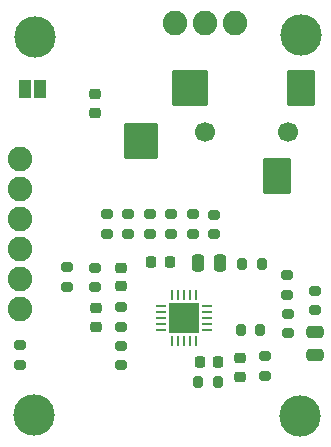
<source format=gts>
%TF.GenerationSoftware,KiCad,Pcbnew,8.0.8*%
%TF.CreationDate,2025-02-23T18:34:37+05:30*%
%TF.ProjectId,my-template,6d792d74-656d-4706-9c61-74652e6b6963,rev?*%
%TF.SameCoordinates,Original*%
%TF.FileFunction,Soldermask,Top*%
%TF.FilePolarity,Negative*%
%FSLAX46Y46*%
G04 Gerber Fmt 4.6, Leading zero omitted, Abs format (unit mm)*
G04 Created by KiCad (PCBNEW 8.0.8) date 2025-02-23 18:34:37*
%MOMM*%
%LPD*%
G01*
G04 APERTURE LIST*
G04 Aperture macros list*
%AMRoundRect*
0 Rectangle with rounded corners*
0 $1 Rounding radius*
0 $2 $3 $4 $5 $6 $7 $8 $9 X,Y pos of 4 corners*
0 Add a 4 corners polygon primitive as box body*
4,1,4,$2,$3,$4,$5,$6,$7,$8,$9,$2,$3,0*
0 Add four circle primitives for the rounded corners*
1,1,$1+$1,$2,$3*
1,1,$1+$1,$4,$5*
1,1,$1+$1,$6,$7*
1,1,$1+$1,$8,$9*
0 Add four rect primitives between the rounded corners*
20,1,$1+$1,$2,$3,$4,$5,0*
20,1,$1+$1,$4,$5,$6,$7,0*
20,1,$1+$1,$6,$7,$8,$9,0*
20,1,$1+$1,$8,$9,$2,$3,0*%
G04 Aperture macros list end*
%ADD10RoundRect,0.250000X-0.250000X-0.475000X0.250000X-0.475000X0.250000X0.475000X-0.250000X0.475000X0*%
%ADD11C,3.505200*%
%ADD12RoundRect,0.200000X-0.200000X-0.275000X0.200000X-0.275000X0.200000X0.275000X-0.200000X0.275000X0*%
%ADD13RoundRect,0.200000X-0.275000X0.200000X-0.275000X-0.200000X0.275000X-0.200000X0.275000X0.200000X0*%
%ADD14R,0.274600X0.804800*%
%ADD15R,0.804800X0.274600*%
%ADD16R,2.650000X2.650000*%
%ADD17RoundRect,0.218750X-0.256250X0.218750X-0.256250X-0.218750X0.256250X-0.218750X0.256250X0.218750X0*%
%ADD18RoundRect,0.225000X-0.225000X-0.250000X0.225000X-0.250000X0.225000X0.250000X-0.225000X0.250000X0*%
%ADD19C,2.082800*%
%ADD20RoundRect,0.250000X-0.475000X0.250000X-0.475000X-0.250000X0.475000X-0.250000X0.475000X0.250000X0*%
%ADD21R,1.000000X1.500000*%
%ADD22RoundRect,0.225000X0.250000X-0.225000X0.250000X0.225000X-0.250000X0.225000X-0.250000X-0.225000X0*%
%ADD23RoundRect,0.200000X0.275000X-0.200000X0.275000X0.200000X-0.275000X0.200000X-0.275000X-0.200000X0*%
%ADD24C,1.700000*%
%ADD25RoundRect,0.102000X1.100000X1.400000X-1.100000X1.400000X-1.100000X-1.400000X1.100000X-1.400000X0*%
%ADD26RoundRect,0.102000X1.400000X1.400000X-1.400000X1.400000X-1.400000X-1.400000X1.400000X-1.400000X0*%
%ADD27RoundRect,0.102000X1.300000X1.400000X-1.300000X1.400000X-1.300000X-1.400000X1.300000X-1.400000X0*%
%ADD28RoundRect,0.225000X-0.250000X0.225000X-0.250000X-0.225000X0.250000X-0.225000X0.250000X0.225000X0*%
G04 APERTURE END LIST*
D10*
%TO.C,C4*%
X146800000Y-97990000D03*
X148700000Y-97990000D03*
%TD*%
D11*
%TO.C,H2*%
X155535100Y-78765000D03*
%TD*%
D12*
%TO.C,R10*%
X150440000Y-103740000D03*
X152090000Y-103740000D03*
%TD*%
D13*
%TO.C,R8*%
X140330000Y-101785000D03*
X140330000Y-103435000D03*
%TD*%
%TO.C,R13*%
X154380000Y-99050000D03*
X154380000Y-100700000D03*
%TD*%
D14*
%TO.C,U1*%
X146610001Y-100757601D03*
X146109999Y-100757601D03*
X145610000Y-100757601D03*
X145110001Y-100757601D03*
X144609999Y-100757601D03*
D15*
X143657601Y-101709999D03*
X143657601Y-102210001D03*
X143657601Y-102710000D03*
X143657601Y-103209999D03*
X143657601Y-103710001D03*
D14*
X144609999Y-104662399D03*
X145110001Y-104662399D03*
X145610000Y-104662399D03*
X146109999Y-104662399D03*
X146610001Y-104662399D03*
D15*
X147562399Y-103710001D03*
X147562399Y-103209999D03*
X147562399Y-102710000D03*
X147562399Y-102210001D03*
X147562399Y-101709999D03*
D16*
X145610000Y-102710000D03*
%TD*%
D17*
%TO.C,D1*%
X138065100Y-83735000D03*
X138065100Y-85310000D03*
%TD*%
D18*
%TO.C,C5*%
X146955100Y-106455000D03*
X148505100Y-106455000D03*
%TD*%
D12*
%TO.C,R11*%
X150560000Y-98100000D03*
X152210000Y-98100000D03*
%TD*%
D13*
%TO.C,R7*%
X138140000Y-98420000D03*
X138140000Y-100070000D03*
%TD*%
D19*
%TO.C,J3*%
X131765100Y-89215000D03*
X131765100Y-91755000D03*
X131765100Y-94295000D03*
X131765100Y-96835000D03*
X131765100Y-99375000D03*
X131765100Y-101915000D03*
%TD*%
D13*
%TO.C,R16*%
X139116600Y-93905000D03*
X139116600Y-95555000D03*
%TD*%
D18*
%TO.C,C2*%
X142860000Y-97930000D03*
X144410000Y-97930000D03*
%TD*%
D13*
%TO.C,R3*%
X146363400Y-93925000D03*
X146363400Y-95575000D03*
%TD*%
D20*
%TO.C,C6*%
X156740000Y-103900000D03*
X156740000Y-105800000D03*
%TD*%
D21*
%TO.C,JP1*%
X132180000Y-83280000D03*
X133480000Y-83280000D03*
%TD*%
D13*
%TO.C,R15*%
X131715100Y-104995000D03*
X131715100Y-106645000D03*
%TD*%
%TO.C,R6*%
X135750000Y-98400000D03*
X135750000Y-100050000D03*
%TD*%
%TO.C,R5*%
X140928300Y-93905000D03*
X140928300Y-95555000D03*
%TD*%
%TO.C,R1*%
X148175100Y-93935000D03*
X148175100Y-95585000D03*
%TD*%
D11*
%TO.C,H1*%
X133035100Y-78925000D03*
%TD*%
D13*
%TO.C,R14*%
X152520000Y-105940000D03*
X152520000Y-107590000D03*
%TD*%
D22*
%TO.C,C1*%
X138170000Y-103430000D03*
X138170000Y-101880000D03*
%TD*%
D23*
%TO.C,R2*%
X142740000Y-95550000D03*
X142740000Y-93900000D03*
%TD*%
D13*
%TO.C,R17*%
X156700000Y-100380000D03*
X156700000Y-102030000D03*
%TD*%
D24*
%TO.C,J2*%
X154415100Y-86925000D03*
X147415100Y-86925000D03*
D25*
X155515100Y-83225000D03*
D26*
X146115100Y-83225000D03*
D25*
X153515100Y-90625000D03*
D27*
X142015100Y-87675000D03*
%TD*%
D23*
%TO.C,R4*%
X144551700Y-95545000D03*
X144551700Y-93895000D03*
%TD*%
D19*
%TO.C,J1*%
X144905100Y-77675000D03*
X147445100Y-77675000D03*
X149985100Y-77675000D03*
%TD*%
D12*
%TO.C,R19*%
X146855100Y-108125000D03*
X148505100Y-108125000D03*
%TD*%
D23*
%TO.C,R12*%
X154430000Y-104000000D03*
X154430000Y-102350000D03*
%TD*%
D13*
%TO.C,R9*%
X140310000Y-105045000D03*
X140310000Y-106695000D03*
%TD*%
D11*
%TO.C,H3*%
X132965100Y-110915000D03*
%TD*%
%TO.C,H4*%
X155465100Y-110955000D03*
%TD*%
D22*
%TO.C,C3*%
X140290000Y-99970000D03*
X140290000Y-98420000D03*
%TD*%
D28*
%TO.C,C7*%
X150370000Y-106100000D03*
X150370000Y-107650000D03*
%TD*%
M02*

</source>
